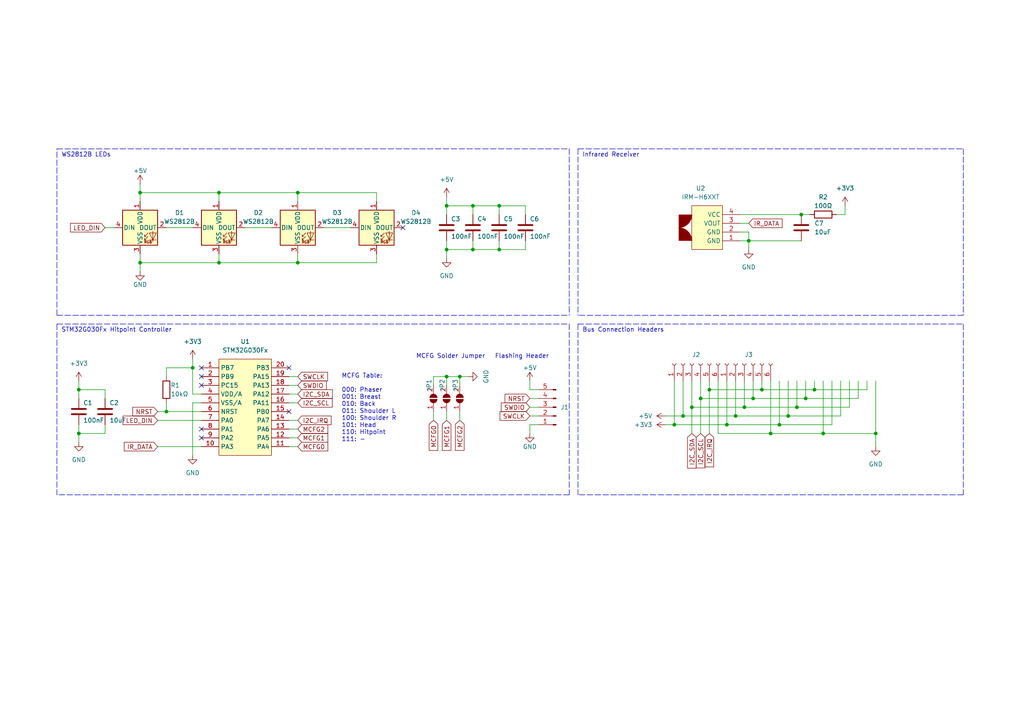
<source format=kicad_sch>
(kicad_sch (version 20211123) (generator eeschema)
  (paper "A4")
  (title_block (title "Skirmish Hitpoint") (date "2023-01-28") (rev "Proto V1") (comment 1 "(C) 2023 - Ole Lange"))
  (lib_symbols
    (symbol "+3V3_1" (power) (pin_names (offset 0))
      (property "Value" "+3V3_1" (at 0 3.556 0))
      (symbol "+3V3_1_0_1"
        (polyline (pts (xy -0.762 1.27) (xy 0 2.54)))
        (polyline (pts (xy 0 0) (xy 0 2.54)))
        (polyline (pts (xy 0 2.54) (xy 0.762 1.27)))
      )
      (symbol "+3V3_1_1_1"
        (pin power_in line (at 0 0 90) (length 0) hide (name "+3V3") (number "1"))
      )
    )
    (symbol "Connector:Conn_01x05_Male" (pin_names (offset 1.016) hide)
      (property "Reference" "J" (at 0 7.62 0))
      (property "Value" "Conn_01x05_Male" (at 0 -7.62 0))
      (symbol "Conn_01x05_Male_1_1"
        (polyline (pts (xy 1.27 -5.08) (xy 0.8636 -5.08)) (stroke (width 0.1524)))
        (polyline (pts (xy 1.27 -2.54) (xy 0.8636 -2.54)) (stroke (width 0.1524)))
        (polyline (pts (xy 1.27 0) (xy 0.8636 0)) (stroke (width 0.1524)))
        (polyline (pts (xy 1.27 2.54) (xy 0.8636 2.54)) (stroke (width 0.1524)))
        (polyline (pts (xy 1.27 5.08) (xy 0.8636 5.08)) (stroke (width 0.1524)))
        (rectangle (start 0.8636 -4.953) (end 0 -5.207) (stroke (width 0.1524)) (fill (type outline)))
        (rectangle (start 0.8636 -2.413) (end 0 -2.667) (stroke (width 0.1524)) (fill (type outline)))
        (rectangle (start 0.8636 0.127) (end 0 -0.127) (stroke (width 0.1524)) (fill (type outline)))
        (rectangle (start 0.8636 2.667) (end 0 2.413) (stroke (width 0.1524)) (fill (type outline)))
        (rectangle (start 0.8636 5.207) (end 0 4.953) (stroke (width 0.1524)) (fill (type outline)))
        (pin passive line (at 5.08 5.08 180) (length 3.81) (name "Pin_1") (number "1"))
        (pin passive line (at 5.08 2.54 180) (length 3.81) (name "Pin_2") (number "2"))
        (pin passive line (at 5.08 0 180) (length 3.81) (name "Pin_3") (number "3"))
        (pin passive line (at 5.08 -2.54 180) (length 3.81) (name "Pin_4") (number "4"))
        (pin passive line (at 5.08 -5.08 180) (length 3.81) (name "Pin_5") (number "5"))
      )
    )
    (symbol "Connector:Conn_01x06_Female" (pin_names (offset 1.016) hide)
      (property "Reference" "J" (at 0 7.62 0))
      (property "Value" "Conn_01x06_Female" (at 0 -10.16 0))
      (symbol "Conn_01x06_Female_1_1"
        (arc (start 0 -7.112) (mid -0.508 -7.62) (end 0 -8.128) (stroke (width 0.1524)))
        (arc (start 0 -4.572) (mid -0.508 -5.08) (end 0 -5.588) (stroke (width 0.1524)))
        (arc (start 0 -2.032) (mid -0.508 -2.54) (end 0 -3.048) (stroke (width 0.1524)))
        (polyline (pts (xy -1.27 -7.62) (xy -0.508 -7.62)) (stroke (width 0.1524)))
        (polyline (pts (xy -1.27 -5.08) (xy -0.508 -5.08)) (stroke (width 0.1524)))
        (polyline (pts (xy -1.27 -2.54) (xy -0.508 -2.54)) (stroke (width 0.1524)))
        (polyline (pts (xy -1.27 0) (xy -0.508 0)) (stroke (width 0.1524)))
        (polyline (pts (xy -1.27 2.54) (xy -0.508 2.54)) (stroke (width 0.1524)))
        (polyline (pts (xy -1.27 5.08) (xy -0.508 5.08)) (stroke (width 0.1524)))
        (arc (start 0 0.508) (mid -0.508 0) (end 0 -0.508) (stroke (width 0.1524)))
        (arc (start 0 3.048) (mid -0.508 2.54) (end 0 2.032) (stroke (width 0.1524)))
        (arc (start 0 5.588) (mid -0.508 5.08) (end 0 4.572) (stroke (width 0.1524)))
        (pin passive line (at -5.08 5.08 0) (length 3.81) (name "Pin_1") (number "1"))
        (pin passive line (at -5.08 2.54 0) (length 3.81) (name "Pin_2") (number "2"))
        (pin passive line (at -5.08 0 0) (length 3.81) (name "Pin_3") (number "3"))
        (pin passive line (at -5.08 -2.54 0) (length 3.81) (name "Pin_4") (number "4"))
        (pin passive line (at -5.08 -5.08 0) (length 3.81) (name "Pin_5") (number "5"))
        (pin passive line (at -5.08 -7.62 0) (length 3.81) (name "Pin_6") (number "6"))
      )
    )
    (symbol "Device:C" (pin_numbers hide) (pin_names (offset 0.254))
      (property "Reference" "C" (at 0.635 2.54 0))
      (property "Value" "C" (at 0.635 -2.54 0))
      (symbol "C_0_1"
        (polyline (pts (xy -2.032 -0.762) (xy 2.032 -0.762)) (stroke (width 0.508)))
        (polyline (pts (xy -2.032 0.762) (xy 2.032 0.762)) (stroke (width 0.508)))
      )
      (symbol "C_1_1"
        (pin passive line (at 0 3.81 270) (length 2.794) (name "~") (number "1"))
        (pin passive line (at 0 -3.81 90) (length 2.794) (name "~") (number "2"))
      )
    )
    (symbol "Device:R" (pin_numbers hide) (pin_names (offset 0))
      (property "Reference" "R" (at 2.032 0 90))
      (property "Value" "R" (at 0 0 90))
      (symbol "R_0_1"
        (rectangle (start -1.016 -2.54) (end 1.016 2.54) (stroke (width 0.254)))
      )
      (symbol "R_1_1"
        (pin passive line (at 0 3.81 270) (length 1.27) (name "~") (number "1"))
        (pin passive line (at 0 -3.81 90) (length 1.27) (name "~") (number "2"))
      )
    )
    (symbol "Jumper:SolderJumper_2_Open" (pin_names (offset 0) hide)
      (property "Reference" "JP" (at 0 2.032 0))
      (property "Value" "SolderJumper_2_Open" (at 0 -2.54 0))
      (symbol "SolderJumper_2_Open_0_1"
        (arc (start -0.254 1.016) (mid -1.27 0) (end -0.254 -1.016))
        (arc (start -0.254 1.016) (mid -1.27 0) (end -0.254 -1.016) (fill (type outline)))
        (polyline (pts (xy -0.254 1.016) (xy -0.254 -1.016)))
        (polyline (pts (xy 0.254 1.016) (xy 0.254 -1.016)))
        (arc (start 0.254 -1.016) (mid 1.27 0) (end 0.254 1.016))
        (arc (start 0.254 -1.016) (mid 1.27 0) (end 0.254 1.016) (fill (type outline)))
      )
      (symbol "SolderJumper_2_Open_1_1"
        (pin passive line (at -3.81 0 0) (length 2.54) (name "A") (number "1"))
        (pin passive line (at 3.81 0 180) (length 2.54) (name "B") (number "2"))
      )
    )
    (symbol "LED:WS2812B" (pin_names (offset 0.254))
      (property "Reference" "D" (at 5.08 5.715 0))
      (property "Value" "WS2812B" (at 1.27 -5.715 0))
      (symbol "WS2812B_0_0"
        (text "RGB" (at 2.286 -4.191 0) (effects (font (size 0.762 0.762))))
      )
      (symbol "WS2812B_0_1"
        (polyline (pts (xy 1.27 -3.556) (xy 1.778 -3.556)))
        (polyline (pts (xy 1.27 -2.54) (xy 1.778 -2.54)))
        (polyline (pts (xy 4.699 -3.556) (xy 2.667 -3.556)))
        (polyline (pts (xy 2.286 -2.54) (xy 1.27 -3.556) (xy 1.27 -3.048)))
        (polyline (pts (xy 2.286 -1.524) (xy 1.27 -2.54) (xy 1.27 -2.032)))
        (polyline (pts (xy 3.683 -1.016) (xy 3.683 -3.556) (xy 3.683 -4.064)))
        (polyline (pts (xy 4.699 -1.524) (xy 2.667 -1.524) (xy 3.683 -3.556) (xy 4.699 -1.524)))
        (rectangle (start 5.08 5.08) (end -5.08 -5.08) (stroke (width 0.254)) (fill (type background)))
      )
      (symbol "WS2812B_1_1"
        (pin power_in line (at 0 7.62 270) (length 2.54) (name "VDD") (number "1"))
        (pin output line (at 7.62 0 180) (length 2.54) (name "DOUT") (number "2"))
        (pin power_in line (at 0 -7.62 90) (length 2.54) (name "VSS") (number "3"))
        (pin input line (at -7.62 0 0) (length 2.54) (name "DIN") (number "4"))
      )
    )
    (symbol "olib:IRM-H6XXT"
      (property "Reference" "U" (at -7.62 12.7 0))
      (property "Value" "IRM-H6XXT" (at 1.27 12.7 0))
      (symbol "IRM-H6XXT_0_0"
        (pin power_in line (at -5.08 5.08 0) (length 5.08) (name "GND") (number "1"))
        (pin power_in line (at -5.08 2.54 0) (length 5.08) (name "GND") (number "2"))
        (pin output line (at -5.08 0 0) (length 5.08) (name "VOUT") (number "3"))
        (pin power_in line (at -5.08 -2.54 0) (length 5.08) (name "VCC") (number "4"))
      )
      (symbol "IRM-H6XXT_0_1"
        (rectangle (start 0 7.62) (end 8.89 -5.08) (fill (type background)))
        (arc (start 8.89 5.08) (mid 6.1959 -1.4241) (end 12.7 1.27) (fill (type outline)))
        (arc (start 12.7 1.27) (mid 6.1959 3.9641) (end 8.89 -2.54) (fill (type outline)))
      )
    )
    (symbol "olib:STM32G030Fx"
      (property "Reference" "U" (at 0 19.05 0))
      (property "Value" "STM32G030Fx" (at 0 16.51 0))
      (symbol "STM32G030Fx_0_0"
        (pin bidirectional line (at -12.7 11.43 0) (length 5.08) (name "PB7") (number "1"))
        (pin bidirectional line (at -12.7 -11.43 0) (length 5.08) (name "PA3") (number "10"))
        (pin bidirectional line (at 12.7 -11.43 180) (length 5.08) (name "PA4") (number "11"))
        (pin bidirectional line (at 12.7 -8.89 180) (length 5.08) (name "PA5") (number "12"))
        (pin bidirectional line (at 12.7 -6.35 180) (length 5.08) (name "PA6") (number "13"))
        (pin bidirectional line (at 12.7 -3.81 180) (length 5.08) (name "PA7") (number "14"))
        (pin bidirectional line (at 12.7 -1.27 180) (length 5.08) (name "PB0") (number "15"))
        (pin bidirectional line (at 12.7 1.27 180) (length 5.08) (name "PA11") (number "16"))
        (pin bidirectional line (at 12.7 3.81 180) (length 5.08) (name "PA12") (number "17"))
        (pin bidirectional line (at 12.7 6.35 180) (length 5.08) (name "PA13") (number "18"))
        (pin bidirectional line (at 12.7 8.89 180) (length 5.08) (name "PA15") (number "19"))
        (pin bidirectional line (at -12.7 8.89 0) (length 5.08) (name "PB9") (number "2"))
        (pin bidirectional line (at 12.7 11.43 180) (length 5.08) (name "PB3") (number "20"))
        (pin bidirectional line (at -12.7 6.35 0) (length 5.08) (name "PC15") (number "3"))
        (pin power_in line (at -12.7 3.81 0) (length 5.08) (name "VDD/A") (number "4"))
        (pin power_in line (at -12.7 1.27 0) (length 5.08) (name "VSS/A") (number "5"))
        (pin input line (at -12.7 -1.27 0) (length 5.08) (name "NRST") (number "6"))
        (pin bidirectional line (at -12.7 -3.81 0) (length 5.08) (name "PA0") (number "7"))
        (pin bidirectional line (at -12.7 -6.35 0) (length 5.08) (name "PA1") (number "8"))
        (pin bidirectional line (at -12.7 -8.89 0) (length 5.08) (name "PA2") (number "9"))
      )
      (symbol "STM32G030Fx_0_1"
        (rectangle (start -7.62 13.97) (end 7.62 -13.97) (fill (type background)))
      )
    )
    (symbol "power:+3V3" (power) (pin_names (offset 0))
      (property "Value" "+3V3" (at 0 3.556 0))
      (symbol "+3V3_0_1"
        (polyline (pts (xy -0.762 1.27) (xy 0 2.54)))
        (polyline (pts (xy 0 0) (xy 0 2.54)))
        (polyline (pts (xy 0 2.54) (xy 0.762 1.27)))
      )
      (symbol "+3V3_1_1"
        (pin power_in line (at 0 0 90) (length 0) hide (name "+3V3") (number "1"))
      )
    )
    (symbol "power:+5V" (power) (pin_names (offset 0))
      (property "Value" "+5V" (at 0 3.556 0))
      (symbol "+5V_0_1"
        (polyline (pts (xy -0.762 1.27) (xy 0 2.54)))
        (polyline (pts (xy 0 0) (xy 0 2.54)))
        (polyline (pts (xy 0 2.54) (xy 0.762 1.27)))
      )
      (symbol "+5V_1_1"
        (pin power_in line (at 0 0 90) (length 0) hide (name "+5V") (number "1"))
      )
    )
    (symbol "power:GND" (power) (pin_names (offset 0))
      (property "Value" "GND" (at 0 -3.81 0))
      (symbol "GND_0_1"
        (polyline (pts (xy 0 0) (xy 0 -1.27) (xy 1.27 -1.27) (xy 0 -2.54) (xy -1.27 -1.27) (xy 0 -1.27)))
      )
      (symbol "GND_1_1"
        (pin power_in line (at 0 0 270) (length 0) hide (name "GND") (number "1"))
      )
    )
  )
  (junction (at 210.82 123.19))
  (junction (at 86.36 76.2))
  (junction (at 226.06 123.19))
  (junction (at 200.66 118.11))
  (junction (at 254 125.73))
  (junction (at 40.64 76.2))
  (junction (at 55.88 106.68))
  (junction (at 231.14 118.11))
  (junction (at 203.2 115.57))
  (junction (at 63.5 55.88))
  (junction (at 215.9 118.11))
  (junction (at 63.5 76.2))
  (junction (at 48.26 119.38))
  (junction (at 129.54 109.22))
  (junction (at 213.36 120.65))
  (junction (at 238.76 125.73))
  (junction (at 217.17 69.85))
  (junction (at 129.54 72.39))
  (junction (at 228.6 120.65))
  (junction (at 223.52 125.73))
  (junction (at 195.58 123.19))
  (junction (at 137.16 59.69))
  (junction (at 129.54 59.69))
  (junction (at 218.44 115.57))
  (junction (at 144.78 72.39))
  (junction (at 233.68 115.57))
  (junction (at 86.36 55.88))
  (junction (at 236.22 113.03))
  (junction (at 40.64 55.88))
  (junction (at 22.86 113.03))
  (junction (at 133.35 109.22))
  (junction (at 22.86 125.73))
  (junction (at 220.98 113.03))
  (junction (at 205.74 113.03))
  (junction (at 198.12 120.65))
  (junction (at 144.78 59.69))
  (junction (at 137.16 72.39))
  (junction (at 232.41 62.23))
  (no_connect (at 58.42 106.68))
  (no_connect (at 58.42 124.46))
  (no_connect (at 83.82 106.68))
  (no_connect (at 58.42 127))
  (no_connect (at 83.82 119.38))
  (no_connect (at 116.84 66.04))
  (no_connect (at 58.42 109.22))
  (no_connect (at 58.42 111.76))
  (wire (pts (xy 218.44 115.57) (xy 218.44 110.49)))
  (wire (pts (xy 214.63 67.31) (xy 217.17 67.31)))
  (wire (pts (xy 144.78 72.39) (xy 152.4 72.39)))
  (wire (pts (xy 30.48 113.03) (xy 30.48 115.57)))
  (wire (pts (xy 241.3 110.49) (xy 241.3 123.19)))
  (wire (pts (xy 144.78 59.69) (xy 144.78 62.23)))
  (wire (pts (xy 232.41 62.23) (xy 234.95 62.23)))
  (wire (pts (xy 129.54 57.15) (xy 129.54 59.69)))
  (wire (pts (xy 217.17 69.85) (xy 217.17 72.39)))
  (wire (pts (xy 40.64 58.42) (xy 40.64 55.88)))
  (wire (pts (xy 22.86 125.73) (xy 22.86 128.27)))
  (wire (pts (xy 243.84 120.65) (xy 243.84 110.49)))
  (wire (pts (xy 30.48 66.04) (xy 33.02 66.04)))
  (wire (pts (xy 153.67 125.73) (xy 153.67 123.19)))
  (wire (pts (xy 193.04 120.65) (xy 198.12 120.65)))
  (wire (pts (xy 152.4 72.39) (xy 152.4 69.85)))
  (wire (pts (xy 45.72 129.54) (xy 58.42 129.54)))
  (wire (pts (xy 129.54 72.39) (xy 137.16 72.39)))
  (wire (pts (xy 109.22 76.2) (xy 109.22 73.66)))
  (wire (pts (xy 238.76 125.73) (xy 238.76 110.49)))
  (wire (pts (xy 55.88 106.68) (xy 55.88 114.3)))
  (wire (pts (xy 198.12 120.65) (xy 213.36 120.65)))
  (wire (pts (xy 203.2 115.57) (xy 218.44 115.57)))
  (wire (pts (xy 248.92 115.57) (xy 248.92 110.49)))
  (polyline (pts (xy 16.51 91.44) (xy 16.51 43.18)))
  (wire (pts (xy 71.12 66.04) (xy 78.74 66.04)))
  (polyline (pts (xy 279.4 143.51) (xy 167.64 143.51)))
  (polyline (pts (xy 165.1 43.18) (xy 165.1 91.44)))
  (wire (pts (xy 208.28 110.49) (xy 208.28 125.73)))
  (wire (pts (xy 30.48 125.73) (xy 30.48 123.19)))
  (polyline (pts (xy 167.64 43.18) (xy 279.4 43.18)))
  (wire (pts (xy 153.67 118.11) (xy 156.21 118.11)))
  (wire (pts (xy 223.52 125.73) (xy 238.76 125.73)))
  (wire (pts (xy 22.86 113.03) (xy 22.86 115.57)))
  (wire (pts (xy 226.06 123.19) (xy 226.06 110.49)))
  (wire (pts (xy 83.82 116.84) (xy 86.36 116.84)))
  (wire (pts (xy 153.67 110.49) (xy 153.67 113.03)))
  (wire (pts (xy 233.68 115.57) (xy 248.92 115.57)))
  (wire (pts (xy 83.82 127) (xy 86.36 127)))
  (wire (pts (xy 55.88 116.84) (xy 58.42 116.84)))
  (wire (pts (xy 133.35 109.22) (xy 135.89 109.22)))
  (wire (pts (xy 238.76 125.73) (xy 254 125.73)))
  (wire (pts (xy 200.66 110.49) (xy 200.66 118.11)))
  (wire (pts (xy 223.52 125.73) (xy 223.52 110.49)))
  (wire (pts (xy 246.38 118.11) (xy 246.38 110.49)))
  (wire (pts (xy 83.82 111.76) (xy 86.36 111.76)))
  (polyline (pts (xy 16.51 93.98) (xy 16.51 143.51)))
  (wire (pts (xy 152.4 59.69) (xy 152.4 62.23)))
  (wire (pts (xy 133.35 109.22) (xy 133.35 111.76)))
  (wire (pts (xy 214.63 69.85) (xy 217.17 69.85)))
  (wire (pts (xy 251.46 113.03) (xy 251.46 110.49)))
  (wire (pts (xy 200.66 125.73) (xy 200.66 118.11)))
  (wire (pts (xy 93.98 66.04) (xy 101.6 66.04)))
  (wire (pts (xy 203.2 125.73) (xy 203.2 115.57)))
  (wire (pts (xy 22.86 110.49) (xy 22.86 113.03)))
  (polyline (pts (xy 16.51 91.44) (xy 17.78 91.44)))
  (wire (pts (xy 213.36 120.65) (xy 213.36 110.49)))
  (wire (pts (xy 125.73 109.22) (xy 129.54 109.22)))
  (wire (pts (xy 231.14 118.11) (xy 246.38 118.11)))
  (wire (pts (xy 254 125.73) (xy 254 129.54)))
  (wire (pts (xy 242.57 62.23) (xy 245.11 62.23)))
  (wire (pts (xy 205.74 113.03) (xy 205.74 125.73)))
  (polyline (pts (xy 279.4 93.98) (xy 279.4 143.51)))
  (wire (pts (xy 55.88 104.14) (xy 55.88 106.68)))
  (wire (pts (xy 241.3 123.19) (xy 226.06 123.19)))
  (polyline (pts (xy 279.4 43.18) (xy 279.4 91.44)))
  (wire (pts (xy 245.11 59.69) (xy 245.11 62.23)))
  (wire (pts (xy 55.88 114.3) (xy 58.42 114.3)))
  (wire (pts (xy 220.98 113.03) (xy 236.22 113.03)))
  (polyline (pts (xy 16.51 93.98) (xy 165.1 93.98)))
  (wire (pts (xy 195.58 123.19) (xy 210.82 123.19)))
  (polyline (pts (xy 167.64 43.18) (xy 167.64 91.44)))
  (polyline (pts (xy 165.1 143.51) (xy 16.51 143.51)))
  (wire (pts (xy 83.82 129.54) (xy 86.36 129.54)))
  (wire (pts (xy 254 125.73) (xy 254 110.49)))
  (wire (pts (xy 48.26 106.68) (xy 55.88 106.68)))
  (wire (pts (xy 45.72 119.38) (xy 48.26 119.38)))
  (wire (pts (xy 48.26 119.38) (xy 48.26 116.84)))
  (polyline (pts (xy 279.4 91.44) (xy 167.64 91.44)))
  (wire (pts (xy 210.82 110.49) (xy 210.82 123.19)))
  (wire (pts (xy 205.74 113.03) (xy 220.98 113.03)))
  (wire (pts (xy 228.6 120.65) (xy 228.6 110.49)))
  (wire (pts (xy 153.67 113.03) (xy 156.21 113.03)))
  (wire (pts (xy 63.5 76.2) (xy 63.5 73.66)))
  (wire (pts (xy 144.78 69.85) (xy 144.78 72.39)))
  (wire (pts (xy 236.22 113.03) (xy 251.46 113.03)))
  (wire (pts (xy 83.82 114.3) (xy 86.36 114.3)))
  (wire (pts (xy 40.64 53.34) (xy 40.64 55.88)))
  (wire (pts (xy 63.5 76.2) (xy 86.36 76.2)))
  (polyline (pts (xy 167.64 93.98) (xy 279.4 93.98)))
  (wire (pts (xy 217.17 67.31) (xy 217.17 69.85)))
  (wire (pts (xy 195.58 110.49) (xy 195.58 123.19)))
  (polyline (pts (xy 167.64 93.98) (xy 167.64 143.51)))
  (wire (pts (xy 203.2 110.49) (xy 203.2 115.57)))
  (wire (pts (xy 86.36 76.2) (xy 86.36 73.66)))
  (wire (pts (xy 233.68 115.57) (xy 233.68 110.49)))
  (wire (pts (xy 129.54 62.23) (xy 129.54 59.69)))
  (wire (pts (xy 55.88 132.08) (xy 55.88 116.84)))
  (wire (pts (xy 129.54 109.22) (xy 133.35 109.22)))
  (wire (pts (xy 86.36 55.88) (xy 109.22 55.88)))
  (wire (pts (xy 63.5 55.88) (xy 63.5 58.42)))
  (wire (pts (xy 22.86 125.73) (xy 30.48 125.73)))
  (wire (pts (xy 215.9 118.11) (xy 231.14 118.11)))
  (wire (pts (xy 129.54 59.69) (xy 137.16 59.69)))
  (wire (pts (xy 109.22 55.88) (xy 109.22 58.42)))
  (wire (pts (xy 40.64 55.88) (xy 63.5 55.88)))
  (wire (pts (xy 218.44 115.57) (xy 233.68 115.57)))
  (wire (pts (xy 133.35 121.92) (xy 133.35 119.38)))
  (wire (pts (xy 214.63 64.77) (xy 217.17 64.77)))
  (wire (pts (xy 200.66 118.11) (xy 215.9 118.11)))
  (wire (pts (xy 129.54 121.92) (xy 129.54 119.38)))
  (wire (pts (xy 236.22 113.03) (xy 236.22 110.49)))
  (wire (pts (xy 214.63 62.23) (xy 232.41 62.23)))
  (polyline (pts (xy 16.51 43.18) (xy 165.1 43.18)))
  (wire (pts (xy 86.36 76.2) (xy 109.22 76.2)))
  (wire (pts (xy 58.42 119.38) (xy 48.26 119.38)))
  (wire (pts (xy 153.67 120.65) (xy 156.21 120.65)))
  (wire (pts (xy 137.16 69.85) (xy 137.16 72.39)))
  (wire (pts (xy 153.67 123.19) (xy 156.21 123.19)))
  (wire (pts (xy 83.82 121.92) (xy 86.36 121.92)))
  (wire (pts (xy 220.98 113.03) (xy 220.98 110.49)))
  (wire (pts (xy 22.86 113.03) (xy 30.48 113.03)))
  (wire (pts (xy 129.54 69.85) (xy 129.54 72.39)))
  (wire (pts (xy 231.14 118.11) (xy 231.14 110.49)))
  (wire (pts (xy 193.04 123.19) (xy 195.58 123.19)))
  (wire (pts (xy 137.16 59.69) (xy 137.16 62.23)))
  (wire (pts (xy 83.82 109.22) (xy 86.36 109.22)))
  (wire (pts (xy 153.67 115.57) (xy 156.21 115.57)))
  (wire (pts (xy 129.54 72.39) (xy 129.54 74.93)))
  (wire (pts (xy 40.64 76.2) (xy 63.5 76.2)))
  (polyline (pts (xy 165.1 93.98) (xy 165.1 143.51)))
  (wire (pts (xy 63.5 55.88) (xy 86.36 55.88)))
  (wire (pts (xy 208.28 125.73) (xy 223.52 125.73)))
  (wire (pts (xy 198.12 110.49) (xy 198.12 120.65)))
  (wire (pts (xy 86.36 55.88) (xy 86.36 58.42)))
  (wire (pts (xy 45.72 121.92) (xy 58.42 121.92)))
  (wire (pts (xy 48.26 109.22) (xy 48.26 106.68)))
  (wire (pts (xy 217.17 69.85) (xy 232.41 69.85)))
  (wire (pts (xy 40.64 73.66) (xy 40.64 76.2)))
  (wire (pts (xy 210.82 123.19) (xy 226.06 123.19)))
  (wire (pts (xy 125.73 111.76) (xy 125.73 109.22)))
  (wire (pts (xy 22.86 123.19) (xy 22.86 125.73)))
  (wire (pts (xy 228.6 120.65) (xy 243.84 120.65)))
  (wire (pts (xy 83.82 124.46) (xy 86.36 124.46)))
  (wire (pts (xy 125.73 121.92) (xy 125.73 119.38)))
  (wire (pts (xy 215.9 118.11) (xy 215.9 110.49)))
  (wire (pts (xy 137.16 72.39) (xy 144.78 72.39)))
  (wire (pts (xy 40.64 76.2) (xy 40.64 78.74)))
  (wire (pts (xy 205.74 110.49) (xy 205.74 113.03)))
  (wire (pts (xy 129.54 111.76) (xy 129.54 109.22)))
  (wire (pts (xy 48.26 66.04) (xy 55.88 66.04)))
  (polyline (pts (xy 16.51 91.44) (xy 165.1 91.44)))
  (wire (pts (xy 137.16 59.69) (xy 144.78 59.69)))
  (wire (pts (xy 144.78 59.69) (xy 152.4 59.69)))
  (wire (pts (xy 213.36 120.65) (xy 228.6 120.65)))
  (text "WS2812B LEDs" (at 17.78 45.72 0) (effects (font (size 1.27 1.27)) (justify left bottom)))
  (text "Infrared Receiver" (at 168.91 45.72 0) (effects (font (size 1.27 1.27)) (justify left bottom)))
  (text "MCFG Solder Jumper" (at 120.65 104.14 0) (effects (font (size 1.27 1.27)) (justify left bottom)))
  (text "Bus Connection Headers" (at 168.91 96.52 0) (effects (font (size 1.27 1.27)) (justify left bottom)))
  (text "MCFG Table:\n\n000: Phaser\n001: Breast\n010: Back\n011: Shoulder L\n100: Shoulder R\n101: Head\n110: Hitpoint\n111: -" (at 99.06 128.27 0) (effects (font (size 1.27 1.27)) (justify left bottom)))
  (text "Flashing Header" (at 143.51 104.14 0) (effects (font (size 1.27 1.27)) (justify left bottom)))
  (text "STM32G030Fx Hitpoint Controller" (at 17.78 96.52 0) (effects (font (size 1.27 1.27)) (justify left bottom)))
  (global_label "LED_DIN" (shape input) (at 30.48 66.04 180) (property "Intersheet References" "${INTERSHEET_REFS}" (effects hide)))
  (global_label "NRST" (shape input) (at 153.67 115.57 180) (property "Intersheet References" "${INTERSHEET_REFS}" (effects hide)))
  (global_label "IR_DATA" (shape input) (at 217.17 64.77 0) (property "Intersheet References" "${INTERSHEET_REFS}" (effects hide)))
  (global_label "NRST" (shape input) (at 45.72 119.38 180) (property "Intersheet References" "${INTERSHEET_REFS}" (effects hide)))
  (global_label "SWCLK" (shape input) (at 153.67 120.65 180) (property "Intersheet References" "${INTERSHEET_REFS}" (effects hide)))
  (global_label "MCFG0" (shape input) (at 86.36 129.54 0) (property "Intersheet References" "${INTERSHEET_REFS}" (effects hide)))
  (global_label "SWDIO" (shape input) (at 86.36 111.76 0) (property "Intersheet References" "${INTERSHEET_REFS}" (effects hide)))
  (global_label "SWCLK" (shape input) (at 86.36 109.22 0) (property "Intersheet References" "${INTERSHEET_REFS}" (effects hide)))
  (global_label "MCFG2" (shape input) (at 133.35 121.92 270) (property "Intersheet References" "${INTERSHEET_REFS}" (effects hide)))
  (global_label "I2C_SDA" (shape input) (at 86.36 114.3 0) (property "Intersheet References" "${INTERSHEET_REFS}" (effects hide)))
  (global_label "I2C_SCL" (shape input) (at 86.36 116.84 0) (property "Intersheet References" "${INTERSHEET_REFS}" (effects hide)))
  (global_label "I2C_IRQ" (shape input) (at 86.36 121.92 0) (property "Intersheet References" "${INTERSHEET_REFS}" (effects hide)))
  (global_label "SWDIO" (shape input) (at 153.67 118.11 180) (property "Intersheet References" "${INTERSHEET_REFS}" (effects hide)))
  (global_label "IR_DATA" (shape input) (at 45.72 129.54 180) (property "Intersheet References" "${INTERSHEET_REFS}" (effects hide)))
  (global_label "MCFG1" (shape input) (at 86.36 127 0) (property "Intersheet References" "${INTERSHEET_REFS}" (effects hide)))
  (global_label "MCFG1" (shape input) (at 129.54 121.92 270) (property "Intersheet References" "${INTERSHEET_REFS}" (effects hide)))
  (global_label "I2C_SCL" (shape input) (at 203.2 125.73 270) (property "Intersheet References" "${INTERSHEET_REFS}" (effects hide)))
  (global_label "LED_DIN" (shape input) (at 45.72 121.92 180) (property "Intersheet References" "${INTERSHEET_REFS}" (effects hide)))
  (global_label "MCFG0" (shape input) (at 125.73 121.92 270) (property "Intersheet References" "${INTERSHEET_REFS}" (effects hide)))
  (global_label "I2C_SDA" (shape input) (at 200.66 125.73 270) (property "Intersheet References" "${INTERSHEET_REFS}" (effects hide)))
  (global_label "I2C_IRQ" (shape input) (at 205.74 125.73 270) (property "Intersheet References" "${INTERSHEET_REFS}" (effects hide)))
  (global_label "MCFG2" (shape input) (at 86.36 124.46 0) (property "Intersheet References" "${INTERSHEET_REFS}" (effects hide)))
  (symbol (lib_id "power:GND") (at 217.17 72.39 0) (unit 1)
    (property "Reference" "#PWR014" (effects hide))
    (property "Value" "GND" (at 217.17 77.47 0))
  )
  (symbol (lib_id "power:GND") (at 129.54 74.93 0) (unit 1)
    (property "Reference" "#PWR08" (effects hide))
    (property "Value" "GND" (at 129.54 80.01 0))
  )
  (symbol (lib_id "LED:WS2812B") (at 109.22 66.04 0) (unit 1)
    (property "Reference" "D4" (at 120.65 61.7093 0))
    (property "Value" "WS2812B" (at 120.65 64.2493 0))
    (property "Footprint" "LED_SMD:LED_WS2812B_PLCC4_5.0x5.0mm_P3.2mm" (effects hide))
    (property "Datasheet" "https://cdn-shop.adafruit.com/datasheets/WS2812B.pdf" (effects hide))
  )
  (symbol (lib_id "olib:STM32G030Fx") (at 71.12 118.11 0) (unit 1)
    (property "Reference" "U1" (at 71.12 99.06 0))
    (property "Value" "STM32G030Fx" (at 71.12 101.6 0))
    (property "Footprint" "Package_SO:TSSOP-20_4.4x6.5mm_P0.65mm" (effects hide))
  )
  (symbol (lib_id "Device:R") (at 238.76 62.23 90) (unit 1)
    (property "Reference" "R2" (at 238.76 57.15 90))
    (property "Value" "100Ω" (at 238.76 59.69 90))
    (property "Footprint" "Resistor_SMD:R_0603_1608Metric" (effects hide))
  )
  (symbol (lib_id "power:+3V3") (at 22.86 110.49 0) (unit 1)
    (property "Reference" "#PWR01" (effects hide))
    (property "Value" "+3V3" (at 22.86 105.41 0))
  )
  (symbol (lib_id "Connector:Conn_01x05_Male") (at 161.29 118.11 180) (unit 1)
    (property "Reference" "J1" (at 162.56 118.1099 0) (effects (justify right)))
    (property "Value" "Conn_01x05_Male" (effects hide))
    (property "Footprint" "Connector_PinHeader_2.54mm:PinHeader_1x05_P2.54mm_Vertical" (effects hide))
  )
  (symbol (lib_id "power:+5V") (at 40.64 53.34 0) (unit 1)
    (property "Reference" "#PWR03" (effects hide))
    (property "Value" "+5V" (at 40.64 49.53 0))
  )
  (symbol (lib_id "LED:WS2812B") (at 40.64 66.04 0) (unit 1)
    (property "Reference" "D1" (at 52.07 61.7093 0))
    (property "Value" "WS2812B" (at 52.07 64.2493 0))
    (property "Footprint" "LED_SMD:LED_WS2812B_PLCC4_5.0x5.0mm_P3.2mm" (effects hide))
    (property "Datasheet" "https://cdn-shop.adafruit.com/datasheets/WS2812B.pdf" (effects hide))
  )
  (symbol (lib_id "Device:C") (at 137.16 66.04 0) (unit 1)
    (property "Reference" "C4" (at 138.43 63.5 0) (effects (justify left)))
    (property "Value" "100nF" (at 138.43 68.58 0) (effects (justify left)))
    (property "Footprint" "Capacitor_SMD:C_0603_1608Metric" (effects hide))
  )
  (symbol (lib_id "power:+3V3") (at 55.88 104.14 0) (unit 1)
    (property "Reference" "#PWR05" (effects hide))
    (property "Value" "+3V3" (at 55.88 99.06 0))
  )
  (symbol (lib_id "olib:IRM-H6XXT") (at 209.55 64.77 180) (unit 1)
    (property "Reference" "U2" (at 203.2 54.61 0))
    (property "Value" "IRM-H6XXT" (at 203.2 57.15 0))
    (property "Footprint" "olelib:IRM-H6XXT" (effects hide))
  )
  (symbol (lib_id "Device:C") (at 30.48 119.38 0) (unit 1)
    (property "Reference" "C2" (at 31.75 116.84 0) (effects (justify left)))
    (property "Value" "10uF" (at 31.75 121.92 0) (effects (justify left)))
    (property "Footprint" "Capacitor_SMD:C_0805_2012Metric" (effects hide))
  )
  (symbol (lib_id "power:+3V3") (at 245.11 59.69 0) (unit 1)
    (property "Reference" "#PWR015" (effects hide))
    (property "Value" "+3V3" (at 245.11 54.61 0))
  )
  (symbol (lib_id "Device:R") (at 48.26 113.03 0) (unit 1)
    (property "Reference" "R1" (at 50.8 111.76 0))
    (property "Value" "10kΩ" (at 52.07 114.3 0))
    (property "Footprint" "Resistor_SMD:R_0603_1608Metric" (effects hide))
  )
  (symbol (lib_id "Jumper:SolderJumper_2_Open") (at 133.35 115.57 90) (unit 1)
    (property "Reference" "JP3" (at 132.08 111.76 0))
    (property "Value" "SolderJumper_2_Open" (effects hide))
    (property "Footprint" "Jumper:SolderJumper-2_P1.3mm_Open_TrianglePad1.0x1.5mm" (effects hide))
  )
  (symbol (lib_id "Jumper:SolderJumper_2_Open") (at 129.54 115.57 90) (unit 1)
    (property "Reference" "JP2" (at 128.27 111.76 0))
    (property "Value" "SolderJumper_2_Open" (effects hide))
    (property "Footprint" "Jumper:SolderJumper-2_P1.3mm_Open_TrianglePad1.0x1.5mm" (effects hide))
  )
  (symbol (lib_id "LED:WS2812B") (at 63.5 66.04 0) (unit 1)
    (property "Reference" "D2" (at 74.93 61.7093 0))
    (property "Value" "WS2812B" (at 74.93 64.2493 0))
    (property "Footprint" "LED_SMD:LED_WS2812B_PLCC4_5.0x5.0mm_P3.2mm" (effects hide))
    (property "Datasheet" "https://cdn-shop.adafruit.com/datasheets/WS2812B.pdf" (effects hide))
  )
  (symbol (lib_id "power:GND") (at 254 129.54 0) (unit 1)
    (property "Reference" "#PWR016" (effects hide))
    (property "Value" "GND" (at 254 134.62 0))
  )
  (symbol (lib_id "power:GND") (at 153.67 125.73 0) (unit 1)
    (property "Reference" "#PWR011" (effects hide))
    (property "Value" "GND" (at 153.67 129.54 0))
  )
  (symbol (lib_id "power:+5V") (at 129.54 57.15 0) (unit 1)
    (property "Reference" "#PWR07" (effects hide))
    (property "Value" "+5V" (at 129.54 52.07 0))
  )
  (symbol (lib_id "power:GND") (at 22.86 128.27 0) (unit 1)
    (property "Reference" "#PWR02" (effects hide))
    (property "Value" "GND" (at 22.86 133.35 0))
  )
  (symbol (lib_id "power:+5V") (at 153.67 110.49 0) (unit 1)
    (property "Reference" "#PWR010" (effects hide))
    (property "Value" "+5V" (at 153.67 106.68 0))
  )
  (symbol (lib_id "power:GND") (at 55.88 132.08 0) (unit 1)
    (property "Reference" "#PWR06" (effects hide))
    (property "Value" "GND" (at 55.88 137.16 0))
  )
  (symbol (lib_id "Connector:Conn_01x06_Female") (at 200.66 105.41 90) (unit 1)
    (property "Reference" "J2" (at 201.93 102.87 90))
    (property "Value" "Conn_01x06_Female" (effects hide))
    (property "Footprint" "Connector_PinHeader_2.54mm:PinHeader_1x06_P2.54mm_Vertical" (effects hide))
  )
  (symbol (lib_id "LED:WS2812B") (at 86.36 66.04 0) (unit 1)
    (property "Reference" "D3" (at 97.79 61.7093 0))
    (property "Value" "WS2812B" (at 97.79 64.2493 0))
    (property "Footprint" "LED_SMD:LED_WS2812B_PLCC4_5.0x5.0mm_P3.2mm" (effects hide))
    (property "Datasheet" "https://cdn-shop.adafruit.com/datasheets/WS2812B.pdf" (effects hide))
  )
  (symbol (lib_id "power:GND") (at 135.89 109.22 90) (unit 1)
    (property "Reference" "#PWR09" (effects hide))
    (property "Value" "GND" (at 140.97 109.22 0))
  )
  (symbol (lib_id "Device:C") (at 152.4 66.04 0) (unit 1)
    (property "Reference" "C6" (at 153.67 63.5 0) (effects (justify left)))
    (property "Value" "100nF" (at 153.67 68.58 0) (effects (justify left)))
    (property "Footprint" "Capacitor_SMD:C_0603_1608Metric" (effects hide))
  )
  (symbol (lib_name "+3V3_1") (lib_id "power:+3V3") (at 193.04 123.19 90) (unit 1)
    (property "Reference" "#PWR0101" (effects hide))
    (property "Value" "+3V3" (at 189.23 123.1899 90) (effects (justify left)))
  )
  (symbol (lib_id "Device:C") (at 232.41 66.04 180) (unit 1)
    (property "Reference" "C7" (at 236.22 64.7699 0) (effects (justify right)))
    (property "Value" "10uF" (at 236.22 67.3099 0) (effects (justify right)))
    (property "Footprint" "Capacitor_SMD:C_0805_2012Metric" (effects hide))
  )
  (symbol (lib_id "Device:C") (at 144.78 66.04 0) (unit 1)
    (property "Reference" "C5" (at 146.05 63.5 0) (effects (justify left)))
    (property "Value" "100nF" (at 146.05 68.58 0) (effects (justify left)))
    (property "Footprint" "Capacitor_SMD:C_0603_1608Metric" (effects hide))
  )
  (symbol (lib_id "Device:C") (at 129.54 66.04 0) (unit 1)
    (property "Reference" "C3" (at 130.81 63.5 0) (effects (justify left)))
    (property "Value" "100nF" (at 130.81 68.58 0) (effects (justify left)))
    (property "Footprint" "Capacitor_SMD:C_0603_1608Metric" (effects hide))
  )
  (symbol (lib_id "Connector:Conn_01x06_Female") (at 215.9 105.41 90) (unit 1)
    (property "Reference" "J3" (at 217.17 102.87 90))
    (property "Value" "Conn_01x06_Female" (effects hide))
    (property "Footprint" "Connector_PinHeader_2.54mm:PinHeader_1x06_P2.54mm_Vertical" (effects hide))
  )
  (symbol (lib_id "power:+5V") (at 193.04 120.65 90) (unit 1)
    (property "Reference" "#PWR0102" (effects hide))
    (property "Value" "+5V" (at 189.23 120.6499 90) (effects (justify left)))
  )
  (symbol (lib_id "Jumper:SolderJumper_2_Open") (at 125.73 115.57 90) (unit 1)
    (property "Reference" "JP1" (at 124.46 111.76 0))
    (property "Value" "SolderJumper_2_Open" (effects hide))
    (property "Footprint" "Jumper:SolderJumper-2_P1.3mm_Open_TrianglePad1.0x1.5mm" (effects hide))
  )
  (symbol (lib_id "power:GND") (at 40.64 78.74 0) (unit 1)
    (property "Reference" "#PWR04" (effects hide))
    (property "Value" "GND" (at 40.64 82.55 0))
  )
  (symbol (lib_id "Device:C") (at 22.86 119.38 0) (unit 1)
    (property "Reference" "C1" (at 24.13 116.84 0) (effects (justify left)))
    (property "Value" "100nF" (at 24.13 121.92 0) (effects (justify left)))
    (property "Footprint" "Capacitor_SMD:C_0603_1608Metric" (effects hide))
  )
)
</source>
